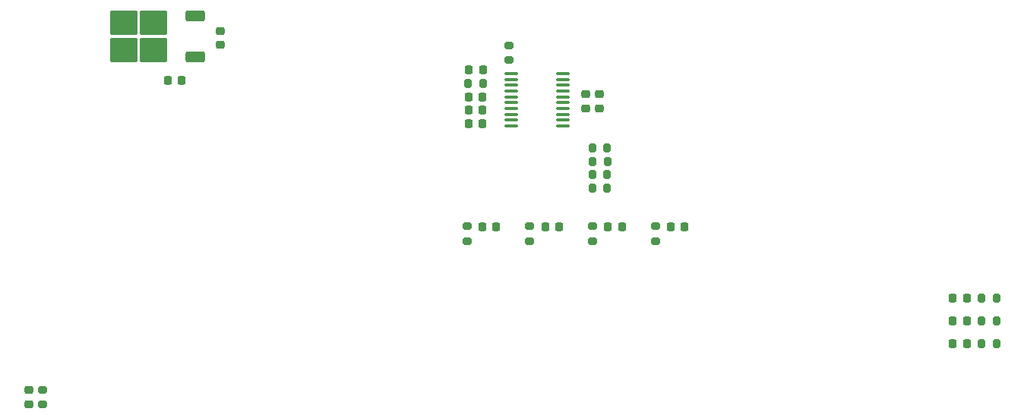
<source format=gbr>
%TF.GenerationSoftware,KiCad,Pcbnew,7.0.0-1.fc37*%
%TF.CreationDate,2023-06-05T08:34:40+02:00*%
%TF.ProjectId,smokePID,736d6f6b-6550-4494-942e-6b696361645f,rev?*%
%TF.SameCoordinates,Original*%
%TF.FileFunction,Paste,Top*%
%TF.FilePolarity,Positive*%
%FSLAX46Y46*%
G04 Gerber Fmt 4.6, Leading zero omitted, Abs format (unit mm)*
G04 Created by KiCad (PCBNEW 7.0.0-1.fc37) date 2023-06-05 08:34:40*
%MOMM*%
%LPD*%
G01*
G04 APERTURE LIST*
G04 Aperture macros list*
%AMRoundRect*
0 Rectangle with rounded corners*
0 $1 Rounding radius*
0 $2 $3 $4 $5 $6 $7 $8 $9 X,Y pos of 4 corners*
0 Add a 4 corners polygon primitive as box body*
4,1,4,$2,$3,$4,$5,$6,$7,$8,$9,$2,$3,0*
0 Add four circle primitives for the rounded corners*
1,1,$1+$1,$2,$3*
1,1,$1+$1,$4,$5*
1,1,$1+$1,$6,$7*
1,1,$1+$1,$8,$9*
0 Add four rect primitives between the rounded corners*
20,1,$1+$1,$2,$3,$4,$5,0*
20,1,$1+$1,$4,$5,$6,$7,0*
20,1,$1+$1,$6,$7,$8,$9,0*
20,1,$1+$1,$8,$9,$2,$3,0*%
G04 Aperture macros list end*
%ADD10RoundRect,0.218750X-0.218750X-0.256250X0.218750X-0.256250X0.218750X0.256250X-0.218750X0.256250X0*%
%ADD11RoundRect,0.225000X-0.225000X-0.250000X0.225000X-0.250000X0.225000X0.250000X-0.225000X0.250000X0*%
%ADD12RoundRect,0.225000X0.250000X-0.225000X0.250000X0.225000X-0.250000X0.225000X-0.250000X-0.225000X0*%
%ADD13RoundRect,0.200000X0.200000X0.275000X-0.200000X0.275000X-0.200000X-0.275000X0.200000X-0.275000X0*%
%ADD14RoundRect,0.200000X0.275000X-0.200000X0.275000X0.200000X-0.275000X0.200000X-0.275000X-0.200000X0*%
%ADD15RoundRect,0.225000X-0.250000X0.225000X-0.250000X-0.225000X0.250000X-0.225000X0.250000X0.225000X0*%
%ADD16RoundRect,0.225000X0.225000X0.250000X-0.225000X0.250000X-0.225000X-0.250000X0.225000X-0.250000X0*%
%ADD17RoundRect,0.250000X0.850000X0.350000X-0.850000X0.350000X-0.850000X-0.350000X0.850000X-0.350000X0*%
%ADD18RoundRect,0.250000X1.275000X1.125000X-1.275000X1.125000X-1.275000X-1.125000X1.275000X-1.125000X0*%
%ADD19RoundRect,0.200000X-0.200000X-0.275000X0.200000X-0.275000X0.200000X0.275000X-0.200000X0.275000X0*%
%ADD20RoundRect,0.100000X-0.637500X-0.100000X0.637500X-0.100000X0.637500X0.100000X-0.637500X0.100000X0*%
G04 APERTURE END LIST*
D10*
%TO.C,D3*%
X176425000Y-125000000D03*
X178000000Y-125000000D03*
%TD*%
D11*
%TO.C,C13*%
X124000000Y-112000000D03*
X125550000Y-112000000D03*
%TD*%
D12*
%TO.C,C14*%
X73430000Y-131775000D03*
X73430000Y-130225000D03*
%TD*%
D13*
%TO.C,R11*%
X137925000Y-103200000D03*
X136275000Y-103200000D03*
%TD*%
%TO.C,R10*%
X181287500Y-125010000D03*
X179637500Y-125010000D03*
%TD*%
D11*
%TO.C,C11*%
X138000000Y-112000000D03*
X139550000Y-112000000D03*
%TD*%
D14*
%TO.C,R2*%
X127000000Y-93400000D03*
X127000000Y-91750000D03*
%TD*%
D13*
%TO.C,R12*%
X137950000Y-104730000D03*
X136300000Y-104730000D03*
%TD*%
D10*
%TO.C,D1*%
X176425000Y-120000000D03*
X178000000Y-120000000D03*
%TD*%
D14*
%TO.C,R3*%
X143275000Y-113575000D03*
X143275000Y-111925000D03*
%TD*%
D15*
%TO.C,C1*%
X94750000Y-90140000D03*
X94750000Y-91690000D03*
%TD*%
D16*
%TO.C,C4*%
X124025000Y-100500000D03*
X122475000Y-100500000D03*
%TD*%
D13*
%TO.C,R14*%
X137925000Y-107700000D03*
X136275000Y-107700000D03*
%TD*%
D17*
%TO.C,U3*%
X92000000Y-93000000D03*
D18*
X87375000Y-92245000D03*
X87375000Y-89195000D03*
X84025000Y-92245000D03*
X84025000Y-89195000D03*
D17*
X92000000Y-88440000D03*
%TD*%
D11*
%TO.C,C2*%
X88950000Y-95690000D03*
X90500000Y-95690000D03*
%TD*%
%TO.C,C12*%
X131000000Y-112000000D03*
X132550000Y-112000000D03*
%TD*%
D14*
%TO.C,R4*%
X136275000Y-113575000D03*
X136275000Y-111925000D03*
%TD*%
%TO.C,R5*%
X129275000Y-113575000D03*
X129275000Y-111925000D03*
%TD*%
%TO.C,R7*%
X75000000Y-131825000D03*
X75000000Y-130175000D03*
%TD*%
D19*
%TO.C,R8*%
X179637500Y-119990000D03*
X181287500Y-119990000D03*
%TD*%
D15*
%TO.C,C7*%
X137000000Y-97225000D03*
X137000000Y-98775000D03*
%TD*%
D20*
%TO.C,U1*%
X127250000Y-94900000D03*
X127250000Y-95550000D03*
X127250000Y-96200000D03*
X127250000Y-96850000D03*
X127250000Y-97500000D03*
X127250000Y-98150000D03*
X127250000Y-98800000D03*
X127250000Y-99450000D03*
X127250000Y-100100000D03*
X127250000Y-100750000D03*
X132975000Y-100750000D03*
X132975000Y-100100000D03*
X132975000Y-99450000D03*
X132975000Y-98800000D03*
X132975000Y-98150000D03*
X132975000Y-97500000D03*
X132975000Y-96850000D03*
X132975000Y-96200000D03*
X132975000Y-95550000D03*
X132975000Y-94900000D03*
%TD*%
D10*
%TO.C,FB1*%
X122462500Y-97500000D03*
X124037500Y-97500000D03*
%TD*%
D19*
%TO.C,R1*%
X122425000Y-96000000D03*
X124075000Y-96000000D03*
%TD*%
D11*
%TO.C,C10*%
X145000000Y-112000000D03*
X146550000Y-112000000D03*
%TD*%
D16*
%TO.C,C5*%
X124050000Y-94500000D03*
X122500000Y-94500000D03*
%TD*%
D13*
%TO.C,R9*%
X181287500Y-122500000D03*
X179637500Y-122500000D03*
%TD*%
D16*
%TO.C,C6*%
X124025000Y-99000000D03*
X122475000Y-99000000D03*
%TD*%
D13*
%TO.C,R13*%
X137925000Y-106200000D03*
X136275000Y-106200000D03*
%TD*%
D14*
%TO.C,R6*%
X122275000Y-113575000D03*
X122275000Y-111925000D03*
%TD*%
D15*
%TO.C,C8*%
X135500000Y-97225000D03*
X135500000Y-98775000D03*
%TD*%
D10*
%TO.C,D2*%
X176425000Y-122500000D03*
X178000000Y-122500000D03*
%TD*%
M02*

</source>
